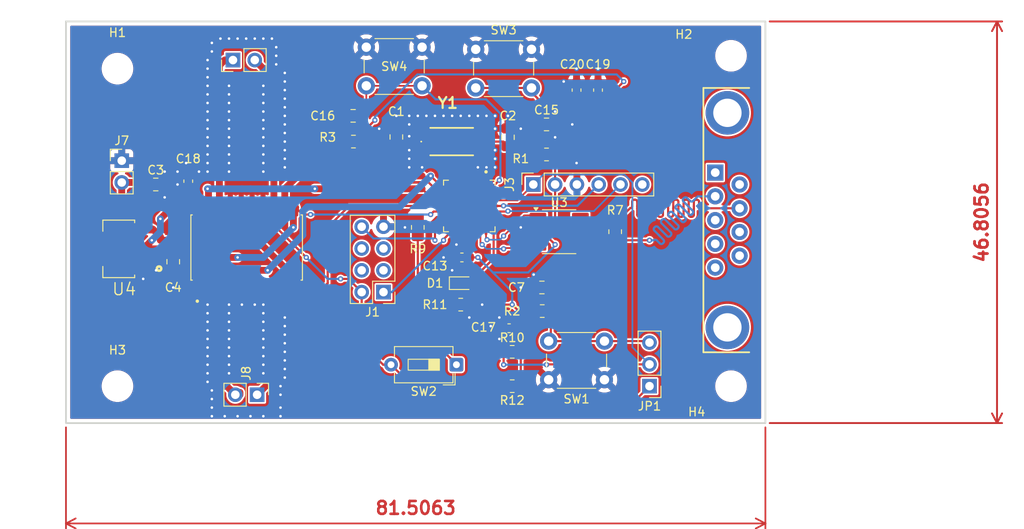
<source format=kicad_pcb>
(kicad_pcb (version 20241229) (generator "pcbnew") (generator_version "9.0")
  (layers (0 "F.Cu" signal) (2 "B.Cu" signal) (13 "F.Paste" user) (15 "B.Paste" user) (5 "F.SilkS" user "F.Silkscreen") (7 "B.SilkS" user "B.Silkscreen") (1 "F.Mask" user) (3 "B.Mask" user) (25 "Edge.Cuts" user))
  (net 0 "")
  (net 1 "+3.3V")
  (net 2 "GND")
  (net 3 "OSC_IN")
  (net 4 "OSC_OUT")
  (net 5 "+12V")
  (net 6 "RESET_PUSH")
  (net 7 "SWI1")
  (net 8 "SWI2")
  (net 9 "MCLR_ICSP")
  (net 10 "LED")
  (net 11 "Net-(D1-K)")
  (net 13 "USART_RX")
  (net 14 "USART_TX")
  (net 24 "CANL")
  (net 25 "CANH")
  (net 27 "MOTOR_A2")
  (net 28 "MOTOR_A1")
  (net 29 "MOTOR_B1")
  (net 30 "MOTOR_B2")
  (net 31 "MCLR")
  (net 32 "COM")
  (net 33 "IN3")
  (net 35 "IN1")
  (net 36 "IN4")
  (net 37 "IN2")
  (net 38 "PGC")
  (net 39 "CANTX")
  (net 41 "PGD")
  (net 42 "CANRX")
  (net 44 "ENABLE")
  (footprint "Capacitor_SMD:C_0805_2012Metric_Pad1.18x1.45mm_HandSolder" (layer "F.Cu") (at 159.9625 95.5 180)
    (property "Reference" "C7")
    (property "Value" "10uF" (hide yes))
  )
  (footprint "Capacitor_SMD:C_0805_2012Metric_Pad1.18x1.45mm_HandSolder" (layer "F.Cu") (at 143 77.9625 90)
    (property "Reference" "C1")
    (property "Value" "20pF" (hide yes))
  )
  (footprint "Connector_PinHeader_2.54mm:PinHeader_1x02_P2.54mm_Vertical" (layer "F.Cu") (at 123.96 69 90)
    (property "Reference" "J9" (hide yes))
    (property "Value" "Conn_01x02" (hide yes))
  )
  (footprint "Capacitor_SMD:C_0805_2012Metric_Pad1.18x1.45mm_HandSolder" (layer "F.Cu") (at 117 92.5 -90)
    (property "Reference" "C4")
    (property "Value" "100uF" (hide yes))
  )
  (footprint "Resistor_SMD:R_0805_2012Metric_Pad1.20x1.40mm_HandSolder" (layer "F.Cu") (at 150.5 97.5)
    (property "Reference" "R11")
    (property "Value" "10k" (hide yes))
  )
  (footprint "Button_Switch_THT:SW_PUSH_6mm" (layer "F.Cu") (at 160.75 101.75)
    (property "Reference" "SW1")
    (property "Value" "SW_Push" (hide yes))
  )
  (footprint "User_Library:ECS80830JGNTR" (layer "F.Cu") (at 149.45 78.5)
    (property "Reference" "Y1")
    (property "Value" "Crystal" (hide yes))
  )
  (footprint "Capacitor_SMD:C_0603_1608Metric_Pad1.08x0.95mm_HandSolder" (layer "F.Cu") (at 164 72.5 -90)
    (property "Reference" "C20")
    (property "Value" "100nF" (hide yes))
  )
  (footprint "LED_SMD:LED_0603_1608Metric" (layer "F.Cu") (at 150.6625 95)
    (property "Reference" "D1")
    (property "Value" "LED" (hide yes))
  )
  (footprint "MountingHole:MountingHole_3.2mm_M3" (layer "F.Cu") (at 110.5 70)
    (property "Reference" "H1")
    (property "Value" "MountingHole" (hide yes))
  )
  (footprint "MountingHole:MountingHole_3.2mm_M3" (layer "F.Cu") (at 182 107)
    (property "Reference" "H4")
    (property "Value" "MountingHole" (hide yes))
  )
  (footprint "Resistor_SMD:R_0805_2012Metric_Pad1.20x1.40mm_HandSolder" (layer "F.Cu") (at 138 78.5)
    (property "Reference" "R3")
    (property "Value" "10k" (hide yes))
  )
  (footprint "Connector_PinHeader_2.54mm:PinHeader_1x02_P2.54mm_Vertical" (layer "F.Cu") (at 126.775 108 -90)
    (property "Reference" "J8")
    (property "Value" "Conn_01x02" (hide yes))
  )
  (footprint "Button_Switch_THT:SW_PUSH_6mm" (layer "F.Cu") (at 146 72 180)
    (property "Reference" "SW4")
    (property "Value" "MPB01-1B33-S-D" (hide yes))
  )
  (footprint "MountingHole:MountingHole_3.2mm_M3" (layer "F.Cu") (at 110.5 107)
    (property "Reference" "H3")
    (property "Value" "MountingHole" (hide yes))
  )
  (footprint "Resistor_SMD:R_0805_2012Metric_Pad1.20x1.40mm_HandSolder" (layer "F.Cu") (at 168.5 89 90)
    (property "Reference" "R7")
    (property "Value" "120" (hide yes))
  )
  (footprint "Capacitor_SMD:C_0603_1608Metric_Pad1.08x0.95mm_HandSolder" (layer "F.Cu") (at 166.5 72.5 90)
    (property "Reference" "C19")
    (property "Value" "100nF" (hide yes))
  )
  (footprint "User_Library:REG_LT1117CST-3.3" (layer "F.Cu") (at 110.6496 91 180)
    (property "Reference" "U4")
    (property "Value" "LT1117CST-3.3" (hide yes))
  )
  (footprint "Capacitor_SMD:C_0603_1608Metric_Pad1.08x0.95mm_HandSolder" (layer "F.Cu") (at 156.1375 100.25 180)
    (property "Reference" "C17")
    (property "Value" "100nF" (hide yes))
  )
  (footprint "Connector_PinHeader_2.54mm:PinHeader_1x02_P2.54mm_Vertical" (layer "F.Cu") (at 111 80.725)
    (property "Reference" "J7")
    (property "Value" "Conn_01x02" (hide yes))
  )
  (footprint "Connector_PinHeader_2.54mm:PinHeader_2x04_P2.54mm_Vertical" (layer "F.Cu") (at 141.5 96.04 180)
    (property "Reference" "J1")
    (property "Value" "Conn_02x04_Odd_Even" (hide yes))
  )
  (footprint "Connector_PinHeader_2.54mm:PinHeader_1x03_P2.54mm_Vertical" (layer "F.Cu") (at 172.5 107 180)
    (property "Reference" "JP1")
    (property "Value" "Jumper_3_Bridged12" (hide yes))
  )
  (footprint "L293DD:SOIC127P1032X265-20N" (layer "F.Cu") (at 125.555 90.845 90)
    (property "Reference" "U2" (hide yes))
    (property "Value" "L293DD")
  )
  (footprint "Resistor_SMD:R_0805_2012Metric_Pad1.20x1.40mm_HandSolder" (layer "F.Cu") (at 156.5 103)
    (property "Reference" "R10")
    (property "Value" "1k")
  )
  (footprint "PIC18F2580-I_ML:QFN65P600X600X100-29N" (layer "F.Cu") (at 151.5 86 -90)
    (property "Reference" "U1" (hide yes))
    (property "Value" "PIC18F2580-I_ML" (hide yes))
  )
  (footprint "Button_Switch_THT:SW_PUSH_6mm" (layer "F.Cu") (at 158.75 72.25 180)
    (property "Reference" "SW3")
    (property "Value" "MPB01-1B33-S-D" (hide yes))
  )
  (footprint "Button_Switch_THT:SW_DIP_SPSTx01_Slide_6.7x4.1mm_W7.62mm_P2.54mm_LowProfile" (layer "F.Cu") (at 150 104.5 180)
    (property "Reference" "SW2")
    (property "Value" "SW_DIP_x01")
  )
  (footprint "Capacitor_SMD:C_0603_1608Metric_Pad1.08x0.95mm_HandSolder" (layer "F.Cu") (at 118.75 83.1125 -90)
    (property "Reference" "C18")
    (property "Value" "100nF" (hide yes))
  )
  (footprint "Connector_PinSocket_2.54mm:PinSocket_1x06_P2.54mm_Vertical" (layer "F.Cu") (at 158.96 83.5 90)
    (property "Reference" "J3")
    (property "Value" "Conn_PIC_ICSP_ICD" (hide yes))
  )
  (footprint "Resistor_SMD:R_0805_2012Metric_Pad1.20x1.40mm_HandSolder" (layer "F.Cu") (at 160.5 80 180)
    (property "Reference" "R1")
    (property "Value" "10k" (hide yes))
  )
  (footprint "Resistor_SMD:R_0805_2012Metric_Pad1.20x1.40mm_HandSolder" (layer "F.Cu") (at 145.5 88.5 90)
    (property "Reference" "R9")
    (property "Value" "10k" (hide yes))
  )
  (footprint "Capacitor_SMD:C_0603_1608Metric_Pad1.08x0.95mm_HandSolder" (layer "F.Cu") (at 150.6375 92)
    (property "Reference" "C13")
    (property "Value" "100nF" (hide yes))
  )
  (footprint "Capacitor_SMD:C_0805_2012Metric_Pad1.18x1.45mm_HandSolder" (layer "F.Cu") (at 114.9625 83.5)
    (property "Reference" "C3")
    (property "Value" "10uF")
  )
  (footprint "MountingHole:MountingHole_3.2mm_M3" (layer "F.Cu") (at 182 68.5)
    (property "Reference" "H2")
    (property "Value" "MountingHole" (hide yes))
  )
  (footprint "User_Library:DB9" (layer "F.Cu") (at 181.58 87.65 -90)
    (property "Reference" "J2" (hide yes))
    (property "Value" "DE9_Pins")
  )
  (footprint "Package_SO:SOIC-8_3.9x4.9mm_P1.27mm" (layer "F.Cu") (at 161.97 89)
    (property "Reference" "U3")
    (property "Value" "TCAN332D")
  )
  (footprint "Resistor_SMD:R_0805_2012Metric_Pad1.20x1.40mm_HandSolder" (layer "F.Cu") (at 160 98.25)
    (property "Reference" "R2")
    (property "Value" "10k" (hide yes))
  )
  (footprint "Capacitor_SMD:C_0805_2012Metric_Pad1.18x1.45mm_HandSolder" (layer "F.Cu") (at 156 78 90)
    (property "Reference" "C2")
    (property "Value" "20pF" (hide yes))
  )
  (footprint "Resistor_SMD:R_0805_2012Metric_Pad1.20x1.40mm_HandSolder" (layer "F.Cu") (at 156.5 107 180)
    (property "Reference" "R12")
    (property "Value" "10k")
  )
  (footprint "Capacitor_SMD:C_0805_2012Metric_Pad1.18x1.45mm_HandSolder" (layer "F.Cu") (at 160.5 76.5)
    (property "Reference" "C15")
    (property "Value" "10uF" (hide yes))
  )
  (footprint "Capacitor_SMD:C_0805_2012Metric_Pad1.18x1.45mm_HandSolder" (layer "F.Cu") (at 137.9625 75.5 180)
    (property "Reference" "C16")
    (property "Value" "10uF" (hide yes))
  )
  (gr_rect (start 104.5 64.5) (end 186.006292 111.3056) (stroke (width 0.2)) (fill no) (layer "Edge.Cuts"))
  (dimension (type orthogonal) (layer "F.Cu") (pts (xy 186.006292 64.5) (xy 186.006292 111.3056)) (height 26.993708) (orientation 1) (format (prefix "") (suffix "") (units 3) (units_format 0) (precision 4) (suppress_zeroes yes)) (style (thickness 0.2) (arrow_length 1.27) (text_position_mode 0) (arrow_direction outward) (extension_height 0.58642) (extension_offset 0.5) (keep_text_aligned yes)) (gr_text "46.8056" (at 211.2 87.9028 90) (layer "F.Cu") (effects (font (size 1.5 1.5) (thickness 0.3)))))
  (dimension (type orthogonal) (layer "F.Cu") (pts (xy 104.5 111.3056) (xy 186.006292 111.3056)) (height 11.6944) (orientation 0) (format (prefix "") (suffix "") (units 3) (units_format 0) (precision 4) (suppress_zeroes yes)) (style (thickness 0.2) (arrow_length 1.27) (text_position_mode 0) (arrow_direction outward) (extension_height 0.58642) (extension_offset 0.5) (keep_text_aligned yes)) (gr_text "81.5063" (at 145.253146 121.2 0) (layer "F.Cu") (effects (font (size 1.5 1.5) (thickness 0.3)))))
  (dimension (type orthogonal) (layer "F.Cu") (pts (xy 186.006292 64.5) (xy 186.006292 111.3056)) (height 26.993708) (orientation 1) (format (prefix "") (suffix "") (units 3) (units_format 0) (precision 4) (suppress_zeroes yes)) (style (thickness 0.2) (arrow_length 1.27) (text_position_mode 0) (arrow_direction outward) (extension_height 0.58642) (extension_offset 0.5) (keep_text_aligned yes)) (gr_text "46.8056" (at 211.2 87.9028 90) (layer "F.Cu") (effects (font (size 1.5 1.5) (thickness 0.3)))))
  (segment (start 156.5 97.5) (end 155.5 97.5) (width 0.25) (layer "F.Cu") (net 1))
  (segment (start 156.5 97.5) (end 157.25 98.25) (width 0.25) (layer "F.Cu") (net 1))
  (segment (start 138.026 79.526) (end 137 78.5) (width 0.25) (layer "F.Cu") (net 1))
  (segment (start 118.75 83.975) (end 118.75 85.1) (width 0.8) (layer "F.Cu") (net 1))
  (segment (start 140.5 76) (end 139.926 76.574) (width 0.25) (layer "F.Cu") (net 1))
  (segment (start 116.5375 91) (end 117 91.4625) (width 0.8) (layer "F.Cu") (net 1))
  (segment (start 164.5 73.8625) (end 164.5 77) (width 0.25) (layer "F.Cu") (net 1))
  (segment (start 167.6375 73.3625) (end 169.5 71.5) (width 0.25) (layer "F.Cu") (net 1))
  (segment (start 132.5 92) (end 129 88.5) (width 0.25) (layer "F.Cu") (net 1))
  (segment (start 155.5 107) (end 144.88 107) (width 0.25) (layer "F.Cu") (net 1))
  (segment (start 155.5 97.5) (end 153 100) (width 0.25) (layer "F.Cu") (net 1))
  (segment (start 118.75 85.1) (end 119.84 86.19) (width 0.8) (layer "F.Cu") (net 1))
  (segment (start 164 73.3625) (end 164.5 73.8625) (width 0.25) (layer "F.Cu") (net 1))
  (segment (start 107.5 91) (end 113.7992 91) (width 0.8) (layer "F.Cu") (net 1))
  (segment (start 144.88 107) (end 142.38 104.5) (width 0.25) (layer "F.Cu") (net 1))
  (segment (start 151.5 92) (end 152.5 92) (width 0.25) (layer "F.Cu") (net 1))
  (segment (start 166.5 73.3625) (end 167.6375 73.3625) (width 0.25) (layer "F.Cu") (net 1))
  (segment (start 119.84 86.19) (end 116.81 86.19) (width 0.8) (layer "F.Cu") (net 1))
  (segment (start 161.5 80) (end 161.5 83.5) (width 0.25) (layer "F.Cu") (net 1))
  (segment (start 159.5 89.635) (end 160.635 89.635) (width 0.25) (layer "F.Cu") (net 1))
  (segment (start 150.85 91.35) (end 151.5 92) (width 0.25) (layer "F.Cu") (net 1))
  (segment (start 161.5 83.5) (end 161.5 88.619999) (width 0.25) (layer "F.Cu") (net 1))
  (segment (start 129 88.5) (end 121.125001 88.5) (width 0.25) (layer "F.Cu") (net 1))
  (segment (start 114.5 90) (end 113.5 91) (width 0.8) (layer "F.Cu") (net 1))
  (segment (start 142.38 104.5) (end 141.46 104.5) (width 0.25) (layer "F.Cu") (net 1))
  (segment (start 139.926 79.195514) (end 139.595514 79.526) (width 0.25) (layer "F.Cu") (net 1))
  (segment (start 164 73.3625) (end 166.5 73.3625) (width 0.25) (layer "F.Cu") (net 1))
  (segment (start 160.635 89.635) (end 161.5 90.5) (width 0.25) (layer "F.Cu") (net 1))
  (segment (start 116.81 86.19) (end 115.5 87.5) (width 0.8) (layer "F.Cu") (net 1))
  (segment (start 141.46 104.5) (end 138.96 102) (width 0.25) (layer "F.Cu") (net 1))
  (segment (start 121.125001 88.5) (end 119.84 87.214999) (width 0.25) (layer "F.Cu") (net 1))
  (segment (start 137.42 94.5) (end 136.5 94.5) (width 0.25) (layer "F.Cu") (net 1))
  (segment (start 150.85 88.835) (end 150.85 91.35) (width 0.25) (layer "F.Cu") (net 1))
  (segment (start 160.484999 89.635) (end 159.5 89.635) (width 0.25) (layer "F.Cu") (net 1))
  (segment (start 157.25 98.25) (end 159 98.25) (width 0.25) (layer "F.Cu") (net 1))
  (segment (start 119.84 87.214999) (end 119.84 86.19) (width 0.25) (layer "F.Cu") (net 1))
  (segment (start 139.595514 79.526) (end 138.026 79.526) (width 0.25) (layer "F.Cu") (net 1))
  (segment (start 164.5 77) (end 161.5 80) (width 0.25) (layer "F.Cu") (net 1))
  (segment (start 153 100) (end 153 104.5) (width 0.25) (layer "F.Cu") (net 1))
  (segment (start 138.96 96.04) (end 138.96 102) (width 0.25) (layer "F.Cu") (net 1))
  (segment (start 138.96 96.04) (end 137.42 94.5) (width 0.25) (layer "F.Cu") (net 1))
  (segment (start 113.5 91) (end 116.5375 91) (width 0.8) (layer "F.Cu") (net 1))
  (segment (start 139.926 76.574) (end 139.926 79.195514) (width 0.25) (layer "F.Cu") (net 1))
  (segment (start 153 104.5) (end 155.5 107) (width 0.25) (layer "F.Cu") (net 1))
  (segment (start 161.5 88.619999) (end 160.484999 89.635) (width 0.25) (layer "F.Cu") (net 1))
  (segment (start 118.75 83.616702) (end 118.75 83.975) (width 0.25) (layer "F.Cu") (net 1))
  (via (at 140.5 76) (size 0.6) (drill 0.3) (layers "F.Cu" "B.Cu") (net 1))
  (via (at 152.5 92) (size 0.6) (drill 0.3) (layers "F.Cu" "B.Cu") (net 1))
  (via (at 136.5 94.5) (size 0.6) (drill 0.3) (layers "F.Cu" "B.Cu") (net 1))
  (via (at 156.5 97.5) (size 0.6) (drill 0.3) (layers "F.Cu" "B.Cu") (net 1))
  (via (at 114.5 90) (size 0.6) (drill 0.3) (layers "F.Cu" "B.Cu") (net 1))
  (via (at 161.5 90.5) (size 0.6) (drill 0.3) (layers "F.Cu" "B.Cu") (net 1))
  (via (at 132.5 92) (size 0.6) (drill 0.3) (layers "F.Cu" "B.Cu") (net 1))
  (via (at 169.5 71.5) (size 0.6) (drill 0.3) (layers "F.Cu" "B.Cu") (net 1))
  (via (at 115.5 87.5) (size 0.6) (drill 0.3) (layers "F.Cu" "B.Cu") (net 1))
  (segment (start 156.5 96) (end 156.5 97.5) (width 0.25) (layer "B.Cu") (net 1))
  (segment (start 145.450752 70.674) (end 140.5 75.624752) (width 0.25) (layer "B.Cu") (net 1))
  (segment (start 154.25 93.75) (end 156.5 96) (width 0.25) (layer "B.Cu") (net 1))
  (segment (start 161.5 90.614702) (end 158.364702 93.75) (width 0.25) (layer "B.Cu") (net 1))
  (segment (start 168.674 70.674) (end 145.450752 70.674) (width 0.25) (layer "B.Cu") (net 1))
  (segment (start 115.5 89) (end 114.5 90) (width 0.8) (layer "B.Cu") (net 1))
  (segment (start 115.5 87.5) (end 115.5 89) (width 0.8) (layer "B.Cu") (net 1))
  (segment (start 140.5 75.624752) (end 140.5 76) (width 0.25) (layer "B.Cu") (net 1))
  (segment (start 158.364702 93.75) (end 154.25 93.75) (width 0.25) (layer "B.Cu") (net 1))
  (segment (start 161.5 90.5) (end 161.5 90.614702) (width 0.25) (layer "B.Cu") (net 1))
  (segment (start 135 94.5) (end 132.5 92) (width 0.25) (layer "B.Cu") (net 1))
  (segment (start 136.5 94.5) (end 135 94.5) (width 0.25) (layer "B.Cu") (net 1))
  (segment (start 152.5 92) (end 154.25 93.75) (width 0.25) (layer "B.Cu") (net 1))
  (segment (start 169.5 71.5) (end 168.674 70.674) (width 0.25) (layer "B.Cu") (net 1))
  (segment (start 127.46 96.96) (end 127.46 95.5) (width 0.2) (layer "F.Cu") (net 2))
  (segment (start 150.85 82.688402) (end 152.038402 81.5) (width 0.25) (layer "F.Cu") (net 2))
  (segment (start 113.5 94.5) (end 113.5 93.3114) (width 0.2) (layer "F.Cu") (net 2))
  (segment (start 150.85 83.165) (end 150.85 82.688402) (width 0.25) (layer "F.Cu") (net 2))
  (segment (start 123.65 95.5) (end 123.65 97.35) (width 0.2) (layer "F.Cu") (net 2))
  (segment (start 163.5 76.5) (end 161.5375 76.5) (width 0.2) (layer "F.Cu") (net 2))
  (segment (start 150.85 85.35) (end 151.5 86) (width 0.25) (layer "F.Cu") (net 2))
  (segment (start 155 99.975) (end 155.275 100.25) (width 0.2) (layer "F.Cu") (net 2))
  (segment (start 164.04 81.04) (end 164 81) (width 0.25) (layer "F.Cu") (net 2))
  (segment (start 123.65 97.35) (end 123.5 97.5) (width 0.2) (layer "F.Cu") (net 2))
  (segment (start 157.635 88.365) (end 157.5 88.5) (width 0.25) (layer "F.Cu") (net 2))
  (segment (start 145.5 87.5) (end 145 87.5) (width 0.2) (layer "F.Cu") (net 2))
  (segment (start 145 87.5) (end 144 88.5) (width 0.2) (layer "F.Cu") (net 2))
  (segment (start 155 100.525) (end 155.275 100.25) (width 0.2) (layer "F.Cu") (net 2))
  (segment (start 156 75.5) (end 156 76.9625) (width 0.2) (layer "F.Cu") (net 2))
  (segment (start 126.5 97.5) (end 126.5 97) (width 0.2) (layer "F.Cu") (net 2))
  (segment (start 157.5 95.5) (end 158.925 95.5) (width 0.2) (layer "F.Cu") (net 2))
  (segment (start 141.5 88.42) (end 143.92 88.42) (width 0.2) (layer "F.Cu") (net 2))
  (segment (start 161.5 76.5375) (end 161.5375 76.5) (width 0.2) (layer "F.Cu") (net 2))
  (segment (start 143 76.925) (end 143 75.5) (width 0.2) (layer "F.Cu") (net 2))
  (segment (start 156.0375 77) (end 156 76.9625) (width 0.2) (layer "F.Cu") (net 2))
  (segment (start 113.6886 93.5) (end 113.5 93.3114) (width 0.2) (layer "F.Cu") (net 2))
  (segment (start 126.19 96.69) (end 126.19 95.5) (width 0.2) (layer "F.Cu") (net 2))
  (segment (start 141 77) (end 141.075 76.925) (width 0.2) (layer "F.Cu") (net 2))
  (segment (start 158.925 95.5) (end 158.925 94.075) (width 0.2) (layer "F.Cu") (net 2))
  (segment (start 157.5 77) (end 156.0375 77) (width 0.2) (layer "F.Cu") (net 2))
  (segment (start 148.5 92) (end 149.775 92) (width 0.2) (layer "F.Cu") (net 2))
  (segment (start 161.5 78) (end 161.5 76.5375) (width 0.2) (layer "F.Cu") (net 2))
  (segment (start 125 97.5) (end 125 97) (width 0.2) (layer "F.Cu") (net 2))
  (segment (start 151.5 97.5) (end 153 97.5) (width 0.25) (layer "F.Cu") (net 2))
  (segment (start 117 95.5) (end 117 93.5375) (width 0.2) (layer "F.Cu") (net 2))
  (segment (start 151.5 99) (end 151.5 97.5) (width 0.25) (layer "F.Cu") (net 2))
  (segment (start 115 93.5) (end 113.6886 93.5) (width 0.2) (layer "F.Cu") (net 2))
  (segment (start 154 100) (end 155.025 100) (width 0.2) (layer "F.Cu") (net 2))
  (segment (start 125 97) (end 124.92 96.92) (width 0.2) (layer "F.Cu") (net 2))
  (segment (start 155.9625 77) (end 156 76.9625) (width 0.2) (layer "F.Cu") (net 2))
  (segment (start 152.038402 81.5) (end 152.5 81.5) (width 0.25) (layer "F.Cu") (net 2))
  (segment (start 127.5 97.5) (end 127.5 97) (width 0.2) (layer "F.Cu") (net 2))
  (segment (start 161.5375 76.5) (end 161.5375 75.0375) (width 0.2) (layer "F.Cu") (net 2))
  (segment (start 155 101.5) (end 155 100.525) (width 0.2) (layer "F.Cu") (net 2))
  (segment (start 164.04 83.5) (end 164.04 81.04) (width 0.25) (layer "F.Cu") (net 2))
  (segment (start 149.5 93.5) (end 149.5 92.275) (width 0.2) (layer "F.Cu") (net 2))
  (segment (start 150.2 88.835) (end 150.2 90.3) (width 0.2) (layer "F.Cu") (net 2))
  (segment (start 150.2 90.3) (end 150 90.5) (width 0.2) (layer "F.Cu") (net 2))
  (segment (start 124.92 96.92) (end 124.92 95.5) (width 0.2) (layer "F.Cu") (net 2))
  (segment (start 158.925 94.075) (end 159 94) (width 0.2) (layer "F.Cu") (net 2))
  (segment (start 141.075 76.925) (end 143 76.925) (width 0.2) (layer "F.Cu") (net 2))
  (segment (start 159.5 88.365) (end 157.635 88.365) (width 0.25) (layer "F.Cu") (net 2))
  (segment (start 155 99) (end 155 99.975) (width 0.2) (layer "F.Cu") (net 2))
  (segment (start 155.025 100) (end 155.275 100.25) (width 0.2) (layer "F.Cu") (net 2))
  (segment (start 126.5 97) (end 126.19 96.69) (width 0.2) (layer "F.Cu") (net 2))
  (segment (start 149.5 92.275) (end 149.775 92) (width 0.2) (layer "F.Cu") (net 2))
  (segment (start 161.5375 75.0375) (end 161.5 75) (width 0.2) (layer "F.Cu") (net 2))
  (segment (start 143.92 88.42) (end 144 88.5) (width 0.2) (layer "F.Cu") (net 2))
  (segment (start 150.85 83.165) (end 150.85 85.35) (width 0.25) (layer "F.Cu") (net 2))
  (segment (start 127.5 97) (end 127.46 96.96) (width 0.2) (layer "F.Cu") (net 2))
  (via (at 129.5 108) (size 0.6) (drill 0.3) (layers "F.Cu" "B.Cu") (net 2))
  (via (at 154.5 75.5) (size 0.6) (drill 0.3) (layers "F.Cu" "B.Cu") (net 2))
  (via (at 121 79) (size 0.6) (drill 0.3) (layers "F.Cu" "B.Cu") (net 2))
  (via (at 123.5 72) (size 0.6) (drill 0.3) (layers "F.Cu" "B.Cu") (net 2))
  (via (at 127.5 75) (size 0.6) (drill 0.3) (layers "F.Cu" "B.Cu") (net 2))
  (via (at 120 82) (size 0.6) (drill 0.3) (layers "F.Cu" "B.Cu") (net 2))
  (via (at 159 94) (size 0.6) (drill 0.3) (layers "F.Cu" "B.Cu") (net 2))
  (via (at 116 82) (size 0.6) (drill 0.3) (layers "F.Cu" "B.Cu") (net 2))
  (via (at 127.5 79) (size 0.6) (drill 0.3) (layers "F.Cu" "B.Cu") (net 2))
  (via (at 123.5 103.5) (size 0.6) (drill 0.3) (layers "F.Cu" "B.Cu") (net 2))
  (via (at 130 104) (size 0.6) (drill 0.3) (layers "F.Cu" "B.Cu") (net 2))
  (via (at 121.5 110.5) (size 0.6) (drill 0.3) (layers "F.Cu" "B.Cu") (net 2))
  (via (at 121 104.5) (size 0.6) (drill 0.3) (layers "F.Cu" "B.Cu") (net 2))
  (via (at 129 68.5) (size 0.6) (drill 0.3) (layers "F.Cu" "B.Cu") (net 2))
  (via (at 130 76.5) (size 0.6) (drill 0.3) (layers "F.Cu" "B.Cu") (net 2))
  (via (at 121 105.5) (size 0.6) (drill 0.3) (layers "F.Cu" "B.Cu") (net 2))
  (via (at 121 77) (size 0.6) (drill 0.3) (layers "F.Cu" "B.Cu") (net 2))
  (via (at 127.5 100.5) (size 0.6) (drill 0.3) (layers "F.Cu" "B.Cu") (net 2))
  (via (at 121 80) (size 0.6) (drill 0.3) (layers "F.Cu" "B.Cu") (net 2))
  (via (at 121 73) (size 0.6) (drill 0.3) (layers "F.Cu" "B.Cu") (net 2))
  (via (at 123.5 77) (size 0.6) (drill 0.3) (layers "F.Cu" "B.Cu") (net 2))
  (via (at 123.5 74) (size 0.6) (drill 0.3) (layers "F.Cu" "B.Cu") (net 2))
  (via (at 150.5 75.5) (size 0.6) (drill 0.3) (layers "F.Cu" "B.Cu") (net 2))
  (via (at 130 80.5) (size 0.6) (drill 0.3) (layers "F.Cu" "B.Cu") (net 2))
  (via (at 149.5 93.5) (size 0.6) (drill 0.3) (layers "F.Cu" "B.Cu") (net 2))
  (via (at 126.5 66.5) (size 0.6) (drill 0.3) (layers "F.Cu" "B.Cu") (net 2))
  (via (at 121 106.5) (size 0.6) (drill 0.3) (layers "F.Cu" "B.Cu") (net 2))
  (via (at 127.5 77) (size 0.6) (drill 0.3) (layers "F.Cu" "B.Cu") (net 2))
  (via (at 123.5 76) (size 0.6) (drill 0.3) (layers "F.Cu" "B.Cu") (net 2))
  (via (at 130 105) (size 0.6) (drill 0.3) (layers "F.Cu" "B.Cu") (net 2))
  (via (at 123.5 73) (size 0.6) (drill 0.3) (layers "F.Cu" "B.Cu") (net 2))
  (via (at 154.5 77) (size 0.6) (drill 0.3) (layers "F.Cu" "B.Cu") (net 2))
  (via (at 150 90.5) (size 0.6) (drill 0.3) (layers "F.Cu" "B.Cu") (net 2))
  (via (at 121 70) (size 0.6) (drill 0.3) (layers "F.Cu" "B.Cu") (net 2))
  (via (at 127.5 103.5) (size 0.6) (drill 0.3) (layers "F.Cu" "B.Cu") (net 2))
  (via (at 157.5 95.5) (size 0.6) (drill 0.3) (layers "F.Cu" "B.Cu") (net 2))
  (via (at 144 88.5) (size 0.6) (drill 0.3) (layers "F.Cu" "B.Cu") (net 2))
  (via (at 123.5 101.5) (size 0.6) (drill 0.3) (layers "F.Cu" "B.Cu") (net 2))
  (via (at 117.5 82) (size 0.6) (drill 0.3) (layers "F.Cu" "B.Cu") (net 2))
  (via (at 151.5 99) (size 0.6) (drill 0.3) (layers "F.Cu" "B.Cu") (net 2))
  (via (at 123.5 99.5) (size 0.6) (drill 0.3) (layers "F.Cu" "B.Cu") (net 2))
  (via (at 127.5 76) (size 0.6) (drill 0.3) (layers "F.Cu" "B.Cu") (net 2))
  (via (at 144.5 75.5) (size 0.6) (drill 0.3) (layers "F.Cu" "B.Cu") (net 2))
  (via (at 148.5 92) (size 0.6) (drill 0.3) (layers "F.Cu" "B.Cu") (net 2))
  (via (at 130 73.5) (size 0.6) (drill 0.3) (layers "F.Cu" "B.Cu") (net 2))
  (via (at 121 101.5) (size 0.6) (drill 0.3) (layers "F.Cu" "B.Cu") (net 2))
  (via (at 122.5 66.5) (size 0.6) (drill 0.3) (layers "F.Cu" "B.Cu") (net 2))
  (via (at 161.5 78) (size 0.6) (drill 0.3) (layers "F.Cu" "B.Cu") (net 2))
  (via (at 154.5 80.5) (size 0.6) (drill 0.3) (layers "F.Cu" "B.Cu") (net 2))
  (via (at 127.5 97.5) (size 0.6) (drill 0.3) (layers "F.Cu" "B.Cu") (net 2))
  (via (at 127.5 105.5) (size 0.6) (drill 0.3) (layers "F.Cu" "B.Cu") (net 2))
  (via (at 115 93.5) (size 0.6) (drill 0.3) (layers "F.Cu" "B.Cu") (net 2))
  (via (at 121 78) (size 0.6) (drill 0.3) (layers "F.Cu" "B.Cu") (net 2))
  (via (at 124.5 66.5) (size 0.6) (drill 0.3) (layers "F.Cu" "B.Cu") (net 2))
  (via (at 117.5 83.5) (size 0.6) (drill 0.3) (layers "F.Cu" "B.Cu") (net 2))
  (via (at 123.5 78) (size 0.6) (drill 0.3) (layers "F.Cu" "B.Cu") (net 2))
  (via (at 146.5 75.5) (size 0.6) (drill 0.3) (layers "F.Cu" "B.Cu") (net 2))
  (via (at 121.5 67) (size 0.6) (drill 0.3) (layers "F.Cu" "B.Cu") (net 2))
  (via (at 130 74.5) (size 0.6) (drill 0.3) (layers "F.Cu" "B.Cu") (net 2))
  (via (at 166.5 70) (size 0.6) (drill 0.3) (layers "F.Cu" "B.Cu") (net 2))
  (via (at 127.5 72) (size 0.6) (drill 0.3) (layers "F.Cu" "B.Cu") (net 2))
  (via (at 144.5 80.5) (size 0.6) (drill 0.3) (layers "F.Cu" "B.Cu") (net 2))
  (via (at 154.5 81.5) (size 0.6) (drill 0.3) (layers "F.Cu" "B.Cu") (net 2))
  (via (at 121.5 107.5) (size 0.6) (drill 0.3) (layers "F.Cu" "B.Cu") (net 2))
  (via (at 146 81.5) (size 0.6) (drill 0.3) (layers "F.Cu" "B.Cu") (net 2))
  (via (at 121 103.5) (size 0.6) (drill 0.3) (layers "F.Cu" "B.Cu") (net 2))
  (via (at 127.5 101.5) (size 0.6) (drill 0.3) (layers "F.Cu" "B.Cu") (net 2))
  (via (at 162.5 71.5) (size 0.6) (drill 0.3) (layers "F.Cu" "B.Cu") (net 2))
  (via (at 127.5 80) (size 0.6) (drill 0.3) (layers "F.Cu" "B.Cu") (net 2))
  (via (at 121 99.5) (size 0.6) (drill 0.3) (layers "F.Cu" "B.Cu") (net 2))
  (via (at 123.5 66.5) (size 0.6) (drill 0.3) (layers "F.Cu" "B.Cu") (net 2))
  (via (at 123.5 98.5) (size 0.6) (drill 0.3) (layers "F.Cu" "B.Cu") (net 2))
  (via (at 154.5 79.5) (size 0.6) (drill 0.3) (layers "F.Cu" "B.Cu") (net 2))
  (via (at 157.5 88.5) (size 0.6) (drill 0.3) (layers "F.Cu" "B.Cu") (net 2))
  (via (at 130 100) (size 0.6) (drill 0.3) (layers "F.Cu" "B.Cu") (net 2))
  (via (at 121 81) (size 0.6) (drill 0.3) (layers "F.Cu" "B.Cu") (net 2))
  (via (at 123.5 102.5) (size 0.6) (drill 0.3) (layers "F.Cu" "B.Cu") (net 2))
  (via (at 128.5 66.5) (size 0.6) (drill 0.3) (layers "F.Cu" "B.Cu") (net 2))
  (via (at 127.5 98.5) (size 0.6) (drill 0.3) (layers "F.Cu" "B.Cu") (net 2))
  (via (at 126.5 97.5) (size 0.6) (drill 0.3) (layers "F.Cu" "B.Cu") (net 2))
  (via (at 144.5 79.5) (size 0.6) (drill 0.3) (layers "F.Cu" "B.Cu") (net 2))
  (via (at 152.5 81.5) (size 0.6) (drill 0.3) (layers "F.Cu" "B.Cu") (net 2))
  (via (at 121 71) (size 0.6) (drill 0.3) (layers "F.Cu" "B.Cu") (net 2))
  (via (at 130 79.5) (size 0.6) (drill 0.3) (layers "F.Cu" "B.Cu") (net 2))
  (via (at 121 75) (size 0.6) (drill 0.3) (layers "F.Cu" "B.Cu") (net 2))
  (via (at 123.5 97.5) (size 0.6) (drill 0.3) (layers "F.Cu" "B.Cu") (net 2))
  (via (at 130 106) (size 0.6) (drill 0.3) (layers "F.Cu" "B.Cu") (net 2))
  (via (at 123.5 100.5) (size 0.6) (drill 0.3) (layers "F.Cu" "B.Cu") (net 2))
  (via (at 118.5 81) (size 0.6) (drill 0.3) (layers "F.Cu" "B.Cu") (net 2))
  (via (at 127.5 73) (size 0.6) (drill 0.3) (layers "F.Cu" "B.Cu") (net 2))
  (via (at 121 69) (size 0.6) (drill 0.3) (layers "F.Cu" "B.Cu") (net 2))
  (via (at 144.5 81.5) (size 0.6) (drill 0.3) (layers "F.Cu" "B.Cu") (net 2))
  (via (at 164 81) (size 0.6) (drill 0.3) (layers "F.Cu" "B.Cu") (net 2))
  (via (at 121.5 108.5) (size 0.6) (drill 0.3) (layers "F.Cu" "B.Cu") (net 2))
  (via (at 127.5 110.5) (size 0.6) (drill 0.3) (layers "F.Cu" "B.Cu") (net 2))
  (via (at 127.5 66.5) (size 0.6) (drill 0.3) (layers "F.Cu" "B.Cu") (net 2))
  (via (at 121 72) (size 0.6) (drill 0.3) (layers "F.Cu" "B.Cu") (net 2))
  (via (at 155 99) (size 0.6) (drill 0.3) (layers "F.Cu" "B.Cu") (net 2))
  (via (at 121 74) (size 0.6) (drill 0.3) (layers "F.Cu" "B.Cu") (net 2))
  (via (at 127.5 82) (size 0.6) (drill 0.3) (layers "F.Cu" "B.Cu") (net 2))
  (via (at 129 69.5) (size 0.6) (drill 0.3) (layers "F.Cu" "B.Cu") (net 2))
  (via (at 123.5 105.5) (size 0.6) (drill 0.3) (layers "F.Cu" "B.Cu") (net 2))
  (via (at 123.5 75) (size 0.6) (drill 0.3) (layers "F.Cu" "B.Cu") (net 2))
  (via (at 149.5 75.5) (size 0.6) (drill 0.3) (layers "F.Cu" "B.Cu") (net 2))
  (via (at 125.5 66.5) (size 0.6) (drill 0.3) (layers "F.Cu" "B.Cu") (net 2))
  (via (at 123.5 104.5) (size 0.6) (drill 0.3) (layers "F.Cu" "B.Cu") (net 2))
  (via (at 121 98.5) (size 0.6) (drill 0.3) (layers "F.Cu" "B.Cu") (net 2))
  (via (at 130 99) (size 0.6) (drill 0.3) (layers "F.Cu" "B.Cu") (net 2))
  (via (at 123.5 82) (size 0.6) (drill 0.3) (layers "F.Cu" "B.Cu") (net 2))
  (via (at 130 102) (size 0.6) (drill 0.3) (layers "F.Cu" "B.Cu") (net 2))
  (via (at 130 72.5) (size 0.6) (drill 0.3) (layers "F.Cu" "B.Cu") (net 2))
  (via (at 117 95.5) (size 0.6) (drill 0.3) (layers "F.Cu" "B.Cu") (net 2))
  (via (at 143 75.5) (size 0.6) (drill 0.3) (layers "F.Cu" "B.Cu") (net 2))
  (via (at 123 110.5) (size 0.6) (drill 0.3) (layers "F.Cu" "B.Cu") (net 2))
  (via (at 164 70) (size 0.6) (drill 0.3) (layers "F.Cu" "B.Cu") (net 2))
  (via (at 141 77) (size 0.6) (drill 0.3) (layers "F.Cu" "B.Cu") (net 2))
  (via (at 129.5 107) (size 0.6) (drill 0.3) (layers "F.Cu" "B.Cu") (net 2))
  (via (at 155 101.5) (size 0.6) (drill 0.3) (layers "F.Cu" "B.Cu") (net 2))
  (via (at 116 85) (size 0.6) (drill 0.3) (layers "F.Cu" "B.Cu") (net 2))
  (via (at 126 110.5) (size 0.6) (drill 0.3) (layers "F.Cu" "B.Cu") (net 2))
  (via (at 144.5 77.875) (size 0.6) (drill 0.3) (layers "F.Cu" "B.Cu") (net 2))
  (via (at 144.5 76.5) (size 0.6) (drill 0.3) (layers "F.Cu" "B.Cu") (net 2))
  (via (at 129.5 109.5) (size 0.6) (drill 0.3) (layers "F.Cu" "B.Cu") (net 2))
  (via (at 123.5 81) (size 0.6) (drill 0.3) (layers "F.Cu" "B.Cu") (net 2))
  (via (at 121.5 109.5) (size 0.6) (drill 0.3) (layers "F.Cu" "B.Cu") (net 2))
  (via (at 163.5 76.5) (size 0.6) (drill 0.3) (layers "F.Cu" "B.Cu") (net 2))
  (via (at 124.5 110.5) (size 0.6) (drill 0.3) (layers "F.Cu" "B.Cu") (net 2))
  (via (at 121.5 68) (size 0.6) (drill 0.3) (layers "F.Cu" "B.Cu") (net 2))
  (via (at 123.5 79) (size 0.6) (drill 0.3) (layers "F.Cu" "B.Cu") (net 2))
  (via (at 127.5 81) (size 0.6) (drill 0.3) (layers "F.Cu" "B.Cu") (net 2))
  (via (at 129 67.5) (size 0.6) (drill 0.3) (layers "F.Cu" "B.Cu") (net 2))
  (via (at 156 75.5) (size 0.6) (drill 0.3) (layers "F.Cu" "B.Cu") (net 2))
  (via (at 153 97.5) (size 0.6) (drill 0.3) (layers "F.Cu" "B.Cu") (net 2))
  (via (at 127.5 78) (size 0.6) (drill 0.3) (layers "F.Cu" "B.Cu") (net 2))
  (via (at 121 100.5) (size 0.6) (drill 0.3) (layers "F.Cu" "B.Cu") (net 2))
  (via (at 157.5 77) (size 0.6) (drill 0.3) (layers "F.Cu" "B.Cu") (net 2))
  (via (at 121 102.5) (size 0.6) (drill 0.3) (layers "F.Cu" "B.Cu") (net 2))
  (via (at 145.5 75.5) (size 0.6) (drill 0.3) (layers "F.Cu" "B.Cu") (net 2))
  (via (at 125 97.5) (size 0.6) (drill 0.3) (layers "F.Cu" "B.Cu") (net 2))
  (via (at 153.5 81.5) (size 0.6) (drill 0.3) (layers "F.Cu" "B.Cu") (net 2))
  (via (at 130 81.5) (size 0.6) (drill 0.3) (layers "F.Cu" "B.Cu") (net 2))
  (via (at 121 76) (size 0.6) (drill 0.3) (layers "F.Cu" "B.Cu") (net 2))
  (via (at 151.5 75.5) (size 0.6) (drill 0.3) (layers "F.Cu" "B.Cu") (net 2))
  (via (at 121 82) (size 0.6) (drill 0.3) (layers "F.Cu" "B.Cu") (net 2))
  (via (at 123.5 80) (size 0.6) (drill 0.3) (layers "F.Cu" "B.Cu") (net 2))
  (via (at 129.5 110.5) (size 0.6) (drill 0.3) (layers "F.Cu" "B.Cu") (net 2))
  (via (at 161.5 75) (size 0.6) (drill 0.3) (layers "F.Cu" "B.Cu") (net 2))
  (via (at 127.5 102.5) (size 0.6) (drill 0.3) (layers "F.Cu" "B.Cu") (net 2))
  (via (at 153.5 75.5) (size 0.6) (drill 0.3) (layers "F.Cu" "B.Cu") (net 2))
  (via (at 148.5 75.5) (size 0.6) (drill 0.3) (layers "F.Cu" "B.Cu") (net 2))
  (via (at 127.5 74) (size 0.6) (drill 0.3) (layers "F.Cu" "B.Cu") (net 2))
  (via (at 121 97.5) (size 0.6) (drill 0.3) (layers "F.Cu" "B.Cu") (net 2))
  (via (at 152.5 75.5) (size 0.6) (drill 0.3) (layers "F.Cu" "B.Cu") (net 2))
  (via (at 130 78.5) (size 0.6) (drill 0.3) (layers "F.Cu" "B.Cu") (net 2))
  (via (at 130 77.5) (size 0.6) (drill 0.3) (layers "F.Cu" "B.Cu") (net 2))
  (via (at 130 70.5) (size 0.6) (drill 0.3) (layers "F.Cu" "B.Cu") (net 2))
  (via (at 127.5 99.5) (size 0.6) (drill 0.3) (layers "F.Cu" "B.Cu") (net 2))
  (via (at 130 71.5) (size 0.6) (drill 0.3) (layers "F.Cu" "B.Cu") (net 2))
  (via (at 130 103) (size 0.6) (drill 0.3) (layers "F.Cu" "B.Cu") (net 2))
  (via (at 130 75.5) (size 0.6) (drill 0.3) (layers "F.Cu" "B.Cu") (net 2))
  (via (at 154 100) (size 0.6) (drill 0.3) (layers "F.Cu" "B.Cu") (net 2))
  (via (at 130 101) (size 0.6) (drill 0.3) (layers "F.Cu" "B.Cu") (net 2))
  (via (at 147.5 75.5) (size 0.6) (drill 0.3) (layers "F.Cu" "B.Cu") (net 2))
  (via (at 127.5 104.5) (size 0.6) (drill 0.3) (layers "F.Cu" "B.Cu") (net 2))
  (via (at 113.5 94.5) (size 0.6) (drill 0.3) (layers "F.Cu" "B.Cu") (net 2))
  (segment (start 143.5 78.5) (end 143 79) (width 0.25) (layer "F.Cu") (net 3))
  (segment (start 147.4 81.015) (end 149.55 83.165) (width 0.25) (layer "F.Cu") (net 3))
  (segment (start 147.4 78.5) (end 147.4 81.015) (width 0.25) (layer "F.Cu") (net 3))
  (segment (start 147.4 78.5) (end 143.5 78.5) (width 0.25) (layer "F.Cu") (net 3))
  (segment (start 151.5 78.5) (end 155.4625 78.5) (width 0.25) (layer "F.Cu") (net 4))
  (segment (start 152.400592 80.5) (end 152.5 80.5) (width 0.25) (layer "F.Cu") (net 4))
  (segment (start 152.5 79.5) (end 151.5 78.5) (width 0.25) (layer "F.Cu") (net 4))
  (segment (start 155.4625 78.5) (end 156 79.0375) (width 0.25) (layer "F.Cu") (net 4))
  (segment (start 152.5 80.5) (end 152.5 79.5) (width 0.25) (layer "F.Cu") (net 4))
  (segment (start 150.2 83.165) (end 150.2 82.700592) (width 0.25) (layer "F.Cu") (net 4))
  (segment (start 151.5 78.5) (end 151 79) (width 0.25) (layer "F.Cu") (net 4))
  (segment (start 150.2 82.700592) (end 152.400592 80.5) (width 0.25) (layer "F.Cu") (net 4))
  (segment (start 111.294 86.1961) (end 113.7992 88.7013) (width 0.8) (layer "F.Cu") (net 5))
  (segment (start 111 83.265) (end 113.69 83.265) (width 0.8) (layer "F.Cu") (net 5))
  (segment (start 113.69 83.265) (end 113.925 83.5) (width 0.8) (layer "F.Cu") (net 5))
  (segment (start 115.501 89.585372) (end 115.501 89.999) (width 0.8) (layer "F.Cu") (net 5))
  (segment (start 116.953128 90) (end 126.794999 90) (width 0.8) (layer "F.Cu") (net 5))
  (segment (start 113.7992 88.7013) (end 114.616928 88.7013) (width 0.8) (layer "F.Cu") (net 5))
  (segment (start 114.616928 88.7013) (end 115.501 89.585372) (width 0.8) (layer "F.Cu") (net 5))
  (segment (start 126.794999 90) (end 131.27 94.475001) (width 0.8) (layer "F.Cu") (net 5))
  (segment (start 115.501 89.999) (end 116.952128 89.999) (width 0.8) (layer "F.Cu") (net 5))
  (segment (start 111 86.1961) (end 111.294 86.1961) (width 0.8) (layer "F.Cu") (net 5))
  (segment (start 111 83.265) (end 111 86.1961) (width 0.8) (layer "F.Cu") (net 5))
  (segment (start 131.27 94.475001) (end 131.27 95.5) (width 0.8) (layer "F.Cu") (net 5))
  (segment (start 116.952128 89.999) (end 116.953128 90) (width 0.8) (layer "F.Cu") (net 5))
  (segment (start 161 101.5) (end 161 95.5) (width 0.25) (layer "F.Cu") (net 6))
  (segment (start 160.75 101.75) (end 167.25 101.75) (width 0.25) (layer "F.Cu") (net 6))
  (segment (start 167.25 101.75) (end 172.33 101.75) (width 0.25) (layer "F.Cu") (net 6))
  (segment (start 172.33 101.75) (end 172.5 101.92) (width 0.25) (layer "F.Cu") (net 6))
  (segment (start 160.75 101.75) (end 161 101.5) (width 0.25) (layer "F.Cu") (net 6))
  (segment (start 156.5 84) (end 156.5 83) (width 0.2) (layer "F.Cu") (net 7))
  (segment (start 159.4625 76.5) (end 159.4625 79.9625) (width 0.25) (layer "F.Cu") (net 7))
  (segment (start 155.8 84.7) (end 156.5 84) (width 0.2) (layer "F.Cu") (net 7))
  (segment (start 159.4625 73.4625) (end 159.4625 76.5) (width 0.25) (layer "F.Cu") (net 7))
  (segment (start 158.75 72.25) (end 158.75 72.75) (width 0.25) (layer "F.Cu") (net 7))
  (segment (start 154.335 84.7) (end 155.8 84.7) (width 0.2) (layer "F.Cu") (net 7))
  (segment (start 158.75 72.75) (end 159.4625 73.4625) (width 0.25) (layer "F.Cu") (net 7))
  (segment (start 156.5 83) (end 159.5 80) (width 0.2) (layer "F.Cu") (net 7))
  (segment (start 152.25 72.25) (end 158.75 72.25) (width 0.25) (layer "F.Cu") (net 7))
  (segment (start 159.4625 79.9625) (end 159.5 80) (width 0.25) (layer "F.Cu") (net 7))
  (segment (start 154.335 84.05) (end 154.566116 84.05) (width 0.25) (layer "F.Cu") (net 8))
  (segment (start 139 75.5) (end 139 75) (width 0.2) (layer "F.Cu") (net 8))
  (segment (start 139 75) (end 139.5 74.5) (width 0.2) (layer "F.Cu") (net 8))
  (segment (start 139.5 72) (end 146 72) (width 0.2) (layer "F.Cu") (net 8))
  (segment (start 139.5 74.5) (end 139.5 72) (width 0.2) (layer "F.Cu") (net 8))
  (segment (start 139 78.5) (end 139 75.5) (width 0.2) (layer "F.Cu") (net 8))
  (segment (start 154.335 83.665) (end 155 83) (width 0.25) (layer "F.Cu") (net 8))
  (segment (start 154.335 84.05) (end 154.335 83.665) (width 0.25) (layer "F.Cu") (net 8))
  (via (at 155 83) (size 0.6) (drill 0.3) (layers "F.Cu" "B.Cu") (net 8))
  (segment (start 155.126 75.240702) (end 153.461298 73.576) (width 0.25) (layer "B.Cu") (net 8))
  (segment (start 155.126 82.874) (end 155.126 75.240702) (width 0.25) (layer "B.Cu") (net 8))
  (segment (start 155 83) (end 155.126 82.874) (width 0.25) (layer "B.Cu") (net 8))
  (segment (start 147.576 73.576) (end 146 72) (width 0.25) (layer "B.Cu") (net 8))
  (segment (start 153.461298 73.576) (end 147.576 73.576) (width 0.25) (layer "B.Cu") (net 8))
  (segment (start 157.5 107) (end 160.5 110) (width 0.25) (layer "F.Cu") (net 9))
  (segment (start 157.5 100.75) (end 157.5 103) (width 0.25) (layer "F.Cu") (net 9))
  (segment (start 157 100.25) (end 157.5 100.75) (width 0.25) (layer "F.Cu") (net 9))
  (segment (start 157.5 103) (end 157.5 107) (width 0.25) (layer "F.Cu") (net 9))
  (segment (start 169.5 110) (end 172.5 107) (width 0.25) (layer "F.Cu") (net 9))
  (segment (start 160.5 110) (end 169.5 110) (width 0.25) (layer "F.Cu") (net 9))
  (segment (start 151.45 95) (end 154.335 92.115) (width 0.25) (layer "F.Cu") (net 10))
  (segment (start 154.335 92.115) (end 154.335 87.95) (width 0.25) (layer "F.Cu") (net 10))
  (segment (start 149.875 95) (end 149.875 97.125) (width 0.25) (layer "F.Cu") (net 11))
  (segment (start 149.875 97.125) (end 149.5 97.5) (width 0.25) (layer "F.Cu") (net 11))
  (segment (start 148.5 90) (end 148.5 89.885) (width 0.25) (layer "F.Cu") (net 13))
  (segment (start 148.5 89.885) (end 149.55 88.835) (width 0.25) (layer "F.Cu") (net 13))
  (via (at 148.5 90) (size 0.6) (drill 0.3) (layers "F.Cu" "B.Cu") (net 13))
  (segment (start 148.5 90) (end 142.46 96.04) (width 0.25) (layer "B.Cu") (net 13))
  (segment (start 142.46 96.04) (end 141.5 96.04) (width 0.25) (layer "B.Cu") (net 13))
  (segment (start 147.5 89.115) (end 147.5 90) (width 0.25) (layer "F.Cu") (net 14))
  (segment (start 148.665 87.95) (end 147.5 89.115) (width 0.25) (layer "F.Cu") (net 14))
  (via (at 147.5 90) (size 0.6) (drill 0.3) (layers "F.Cu" "B.Cu") (net 14))
  (segment (start 147.284 89.784) (end 140.324 89.784) (width 0.25) (layer "B.Cu") (net 14))
  (segment (start 140.324 89.784) (end 138.96 88.42) (width 0.25) (layer "B.Cu") (net 14))
  (segment (start 147.5 90) (end 147.284 89.784) (width 0.25) (layer "B.Cu") (net 14))
  (segment (start 168.5 90) (end 172.5 90) (width 0.25) (layer "F.Cu") (net 24))
  (segment (start 164.44 89.635) (end 168.135 89.635) (width 0.25) (layer "F.Cu") (net 24))
  (segment (start 168.135 89.635) (end 168.5 90) (width 0.25) (layer "F.Cu") (net 24))
  (via (at 172.5 90) (size 0.6) (drill 0.3) (layers "F.Cu" "B.Cu") (net 24))
  (segment (start 173.59397 89.40603) (end 173.056569 88.868629) (width 0.25) (layer "B.Cu") (net 24))
  (segment (start 174.329362 87.595838) (end 174.866764 88.13324) (width 0.25) (layer "B.Cu") (net 24))
  (segment (start 176.592102 87.822111) (end 176.676954 87.737258) (width 0.25) (layer "B.Cu") (net 24))
  (segment (start 175.828426 88.246374) (end 175.291024 87.708972) (width 0.25) (layer "B.Cu") (net 24))
  (segment (start 174.018236 88.981768) (end 174.018234 88.981766) (width 0.25) (layer "B.Cu") (net 24))
  (segment (start 176.139552 86.860444) (end 176.139554 86.860446) (width 0.25) (layer "B.Cu") (net 24))
  (segment (start 176.98808 86.011916) (end 176.988082 86.011918) (width 0.25) (layer "B.Cu") (net 24))
  (segment (start 177.525482 86.549318) (end 176.98808 86.011916) (width 0.25) (layer "B.Cu") (net 24))
  (segment (start 179.941626 84.88) (end 180.16 84.88) (width 0.25) (layer "B.Cu") (net 24))
  (segment (start 176.139554 86.860446) (end 175.602153 86.323045) (width 0.25) (layer "B.Cu") (net 24))
  (segment (start 174.866764 88.13324) (end 174.866762 88.133238) (width 0.25) (layer "B.Cu") (net 24))
  (segment (start 174.753626 86.832161) (end 174.838478 86.74731) (width 0.25) (layer "B.Cu") (net 24))
  (segment (start 176.874946 85.050254) (end 177.242642 85.41795) (width 0.25) (layer "B.Cu") (net 24))
  (segment (start 175.743574 88.670639) (end 175.828426 88.585786) (width 0.25) (layer "B.Cu") (net 24))
  (segment (start 176.56382 86.436184) (end 176.563818 86.436182) (width 0.25) (layer "B.Cu") (net 24))
  (segment (start 172.5 90) (end 173 90) (width 0.25) (layer "B.Cu") (net 24))
  (segment (start 176.563818 86.436182) (end 177.101219 86.973583) (width 0.25) (layer "B.Cu") (net 24))
  (segment (start 174.046517 90.367695) (end 174.131369 90.282842) (width 0.25) (layer "B.Cu") (net 24))
  (segment (start 174.979898 89.094902) (end 174.442496 88.5575) (width 0.25) (layer "B.Cu") (net 24))
  (segment (start 174.442496 88.5575) (end 174.442498 88.557502) (width 0.25) (layer "B.Cu") (net 24))
  (segment (start 173.905098 87.680689) (end 173.98995 87.595838) (width 0.25) (layer "B.Cu") (net 24))
  (segment (start 175.291024 87.708972) (end 175.291026 87.708974) (width 0.25) (layer "B.Cu") (net 24))
  (segment (start 173.05657 88.529217) (end 173.141422 88.444366) (width 0.25) (layer "B.Cu") (net 24))
  (segment (start 177.582054 85.417949) (end 177.666906 85.333095) (width 0.25) (layer "B.Cu") (net 24))
  (segment (start 177.44063 86.973583) (end 177.525482 86.88873) (width 0.25) (layer "B.Cu") (net 24))
  (segment (start 176.988082 86.011918) (end 176.818377 85.842213) (width 0.25) (layer "B.Cu") (net 24))
  (segment (start 173.763673 89.575734) (end 173.593967 89.406028) (width 0.25) (layer "B.Cu") (net 24))
  (segment (start 174.018234 88.981766) (end 174.555635 89.519167) (width 0.25) (layer "B.Cu") (net 24))
  (segment (start 175.291026 87.708974) (end 174.753625 87.171573) (width 0.25) (layer "B.Cu") (net 24))
  (segment (start 173.593967 89.406028) (end 173.59397 89.40603) (width 0.25) (layer "B.Cu") (net 24))
  (segment (start 174.442498 88.557502) (end 173.905097 88.020101) (width 0.25) (layer "B.Cu") (net 24))
  (segment (start 175.602154 85.983633) (end 175.687006 85.898782) (width 0.25) (layer "B.Cu") (net 24))
  (segment (start 175.17789 86.74731) (end 175.715292 87.284712) (width 0.25) (layer "B.Cu") (net 24))
  (segment (start 175.71529 87.28471) (end 176.252691 87.822111) (width 0.25) (layer "B.Cu") (net 24))
  (segment (start 178.12 84.88) (end 179.941626 84.88) (width 0.25) (layer "B.Cu") (net 24))
  (segment (start 173.339411 90) (end 173.707106 90.367695) (width 0.25) (layer "B.Cu") (net 24))
  (segment (start 176.450682 85.135105) (end 176.535534 85.050254) (width 0.25) (layer "B.Cu") (net 24))
  (segment (start 174.866762 88.133238) (end 175.404163 88.670639) (width 0.25) (layer "B.Cu") (net 24))
  (segment (start 176.818377 85.842213) (end 176.450681 85.474517) (width 0.25) (layer "B.Cu") (net 24))
  (segment (start 177.666906 85.333095) (end 178.12 84.88) (width 0.25) (layer "B.Cu") (net 24))
  (segment (start 175.715292 87.284712) (end 175.71529 87.28471) (width 0.25) (layer "B.Cu") (net 24))
  (segment (start 173.480834 88.444366) (end 174.018236 88.981768) (width 0.25) (layer "B.Cu") (net 24))
  (segment (start 176.676954 87.397846) (end 176.139552 86.860444) (width 0.25) (layer "B.Cu") (net 24))
  (segment (start 174.131369 89.94343) (end 173.763673 89.575734) (width 0.25) (layer "B.Cu") (net 24))
  (segment (start 174.895046 89.519167) (end 174.979898 89.434314) (width 0.25) (layer "B.Cu") (net 24))
  (segment (start 176.026418 85.898782) (end 176.56382 86.436184) (width 0.25) (layer "B.Cu") (net 24))
  (arc (start 176.252691 87.822111) (mid 176.422397 87.892405) (end 176.592102 87.822111) (width 0.25) (layer "B.Cu") (net 24))
  (arc (start 177.525482 86.88873) (mid 177.595777 86.719024) (end 177.525482 86.549318) (width 0.25) (layer "B.Cu") (net 24))
  (arc (start 175.602153 86.323045) (mid 175.531859 86.153339) (end 175.602154 85.983633) (width 0.25) (layer "B.Cu") (net 24))
  (arc (start 173 90) (mid 173.169705 89.929706) (end 173.339411 90) (width 0.25) (layer "B.Cu") (net 24))
  (arc (start 174.555635 89.519167) (mid 174.725341 89.589461) (end 174.895046 89.519167) (width 0.25) (layer "B.Cu") (net 24))
  (arc (start 175.828426 88.585786) (mid 175.898721 88.41608) (end 175.828426 88.246374) (width 0.25) (layer "B.Cu") (net 24))
  (arc (start 173.707106 90.367695) (mid 173.876812 90.437989) (end 174.046517 90.367695) (width 0.25) (layer "B.Cu") (net 24))
  (arc (start 174.979898 89.434314) (mid 175.050193 89.264608) (end 174.979898 89.094902) (width 0.25) (layer "B.Cu") (net 24))
  (arc (start 173.141422 88.444366) (mid 173.311129 88.37407) (end 173.480834 88.444366) (width 0.25) (layer "B.Cu") (net 24))
  (arc (start 173.905097 88.020101) (mid 173.834803 87.850395) (end 173.905098 87.680689) (width 0.25) (layer "B.Cu") (net 24))
  (arc (start 177.101219 86.973583) (mid 177.270925 87.043877) (end 177.44063 86.973583) (width 0.25) (layer "B.Cu") (net 24))
  (arc (start 175.404163 88.670639) (mid 175.573869 88.740933) (end 175.743574 88.670639) (width 0.25) (layer "B.Cu") (net 24))
  (arc (start 173.98995 87.595838) (mid 174.159657 87.525542) (end 174.329362 87.595838) (width 0.25) (layer "B.Cu") (net 24))
  (arc (start 174.131369 90.282842) (mid 174.201664 90.113136) (end 174.131369 89.94343) (width 0.25) (layer "B.Cu") (net 24))
  (arc (start 176.535534 85.050254) (mid 176.705241 84.979958) (end 176.874946 85.050254) (width 0.25) (layer "B.Cu") (net 24))
  (arc (start 175.687006 85.898782) (mid 175.856713 85.828486) (end 176.026418 85.898782) (width 0.25) (layer "B.Cu") (net 24))
  (arc (start 177.242642 85.41795) (mid 177.412347 85.488245) (end 177.582054 85.417949) (width 0.25) (layer "B.Cu") (net 24))
  (arc (start 176.676954 87.737258) (mid 176.747249 87.567552) (end 176.676954 87.397846) (width 0.25) (layer "B.Cu") (net 24))
  (arc (start 174.838478 86.74731) (mid 175.008185 86.677014) (end 175.17789 86.74731) (width 0.25) (layer "B.Cu") (net 24))
  (arc (start 176.450681 85.474517) (mid 176.380387 85.304811) (end 176.450682 85.135105) (width 0.25) (layer "B.Cu") (net 24))
  (arc (start 173.056569 88.868629) (mid 172.986275 88.698923) (end 173.05657 88.529217) (width 0.25) (layer "B.Cu") (net 24))
  (arc (start 174.753625 87.171573) (mid 174.683331 87.001867) (end 174.753626 86.832161) (width 0.25) (layer "B.Cu") (net 24))
  (segment (start 177.91 85.27) (end 178.03 85.27) (width 0.25) (layer "F.Cu") (net 25))
  (segment (start 168.135 88.365) (end 168.5 88) (width 0.25) (layer "F.Cu") (net 25))
  (segment (start 178.51 86.27) (end 178.63 86.27) (width 0.25) (layer "F.Cu") (net 25))
  (segment (start 172.87 87.03) (end 172.87 86.27) (width 0.25) (layer "F.Cu") (net 25))
  (segment (start 172.27 86.27) (end 172.27 87.03) (width 0.25) (layer "F.Cu") (net 25))
  (segment (start 179.393927 86.27) (end 183 86.27) (width 0.25) (layer "F.Cu") (net 25))
  (segment (start 172.27 85.51) (end 172.27 86.27) (width 0.25) (layer "F.Cu") (net 25))
  (segment (start 176.47 86.27) (end 176.47 85.51) (width 0.25) (layer "F.Cu") (net 25))
  (segment (start 174.07 86.27) (end 174.07 85.51) (width 0.25) (layer "F.Cu") (net 25))
  (segment (start 175.27 87.03) (end 175.27 86.27) (width 0.25) (layer "F.Cu") (net 25))
  (segment (start 170.47 86.03) (end 170.47 85.51) (width 0.25) (layer "F.Cu") (net 25))
  (segment (start 169.7905 86.7095) (end 170.23 86.27) (width 0.25) (layer "F.Cu") (net 25))
  (segment (start 175.87 86.27) (end 175.87 87.03) (width 0.25) (layer "F.Cu") (net 25))
  (segment (start 175.27 86.27) (end 175.27 85.51) (width 0.25) (layer "F.Cu") (net 25))
  (segment (start 174.67 85.51) (end 174.67 86.27) (width 0.25) (layer "F.Cu") (net 25))
  (segment (start 171.91 85.27) (end 172.03 85.27) (width 0.25) (layer "F.Cu") (net 25))
  (segment (start 171.07 85.51) (end 171.07 86.03) (width 0.25) (layer "F.Cu") (net 25))
  (segment (start 176.71 85.27) (end 176.83 85.27) (width 0.25) (layer "F.Cu") (net 25))
  (segment (start 171.07 86.03) (end 171.07 86.27) (width 0.25) (layer "F.Cu") (net 25))
  (segment (start 172.51 87.27) (end 172.63 87.27) (width 0.25) (layer "F.Cu") (net 25))
  (segment (start 164.44 88.365) (end 168.135 88.365) (width 0.25) (layer "F.Cu") (net 25))
  (segment (start 178.27 85.51) (end 178.27 86.03) (width 0.25) (layer "F.Cu") (net 25))
  (segment (start 175.87 85.51) (end 175.87 86.27) (width 0.25) (layer "F.Cu") (net 25))
  (segment (start 174.67 86.27) (end 174.67 87.03) (width 0.25) (layer "F.Cu") (net 25))
  (segment (start 177.07 85.51) (end 177.07 86.27) (width 0.25) (layer "F.Cu") (net 25))
  (segment (start 174.07 87.03) (end 174.07 86.27) (width 0.25) (layer "F.Cu") (net 25))
  (segment (start 177.07 86.27) (end 177.07 87.03) (width 0.25) (layer "F.Cu") (net 25))
  (segment (start 175.51 85.27) (end 175.63 85.27) (width 0.25) (layer "F.Cu") (net 25))
  (segment (start 171.67 86.27) (end 171.67 85.51) (width 0.25) (layer "F.Cu") (net 25))
  (segment (start 173.11 85.27) (end 173.23 85.27) (width 0.25) (layer "F.Cu") (net 25))
  (segment (start 176.11 87.27) (end 176.23 87.27) (width 0.25) (layer "F.Cu") (net 25))
  (segment (start 168.5 88) (end 169.7905 86.7095) (width 0.25) (layer "F.Cu") (net 25))
  (segment (start 171.31 87.27) (end 171.43 87.27) (width 0.25) (layer "F.Cu") (net 25))
  (segment (start 177.67 87.03) (end 177.67 86.27) (width 0.25) (layer "F.Cu") (net 25))
  (segment (start 170.71 85.27) (end 170.83 85.27) (width 0.25) (layer "F.Cu") (net 25))
  (segment (start 177.67 86.03) (end 177.67 85.51) (width 0.25) (layer "F.Cu") (net 25))
  (segment (start 171.07 86.27) (end 171.07 87.03) (width 0.25) (layer "F.Cu") (net 25))
  (segment (start 173.47 86.27) (end 173.47 87.03) (width 0.25) (layer "F.Cu") (net 25))
  (segment (start 171.67 87.03) (end 171.67 86.27) (width 0.25) (layer "F.Cu") (net 25))
  (segment (start 174.31 85.27) (end 174.43 85.27) (width 0.25) (layer "F.Cu") (net 25))
  (segment (start 177.67 86.27) (end 177.67 86.03) (width 0.25) (layer "F.Cu") (net 25))
  (segment (start 176.47 87.03) (end 176.47 86.27) (width 0.25) (layer "F.Cu") (net 25))
  (segment (start 172.87 86.27) (end 172.87 85.51) (width 0.25) (layer "F.Cu") (net 25))
  (segment (start 174.91 87.27) (end 175.03 87.27) (width 0.25) (layer "F.Cu") (net 25))
  (segment (start 173.71 87.27) (end 173.83 87.27) (width 0.25) (layer "F.Cu") (net 25))
  (segment (start 177.31 87.27) (end 177.43 87.27) (width 0.25) (layer "F.Cu") (net 25))
  (segment (start 173.47 85.51) (end 173.47 86.27) (width 0.25) (layer "F.Cu") (net 25))
  (segment (start 178.63 86.27) (end 179.393927 86.27) (width 0.25) (layer "F.Cu") (net 25))
  (arc (start 172.27 87.03) (mid 172.340294 87.199706) (end 172.51 87.27) (width 0.25) (layer "F.Cu") (net 25))
  (arc (start 171.07 87.03) (mid 171.140294 87.199706) (end 171.31 87.27) (width 0.25) (layer "F.Cu") (net 25))
  (arc (start 173.47 87.03) (mid 173.540294 87.199706) (end 173.71 87.27) (width 0.25) (layer "F.Cu") (net 25))
  (arc (start 170.23 86.27) (mid 170.399706 86.199706) (end 170.47 86.03) (width 0.25) (layer "F.Cu") (net 25))
  (arc (start 178.03 85.27) (mid 178.199706 85.340294) (end 178.27 85.51) (width 0.25) (layer "F.Cu") (net 25))
  (arc (start 176.23 87.27) (mid 176.399706 87.199706) (end 176.47 87.03) (width 0.25) (layer "F.Cu") (net 25))
  (arc (start 173.23 85.27) (mid 173.399706 85.340294) (end 173.47 85.51) (width 0.25) (layer "F.Cu") (net 25))
  (arc (start 171.43 87.27) (mid 171.599706 87.199706) (end 171.67 87.03) (width 0.25) (layer "F.Cu") (net 25))
  (arc (start 175.63 85.27) (mid 175.799706 85.340294) (end 175.87 85.51) (width 0.25) (layer "F.Cu") (net 25))
  (arc (start 178.27 86.03) (mid 178.340294 86.199706) (end 178.51 86.27) (width 0.25) (layer "F.Cu") (net 25))
  (arc (start 175.27 85.51) (mid 175.340294 85.340294) (end 175.51 85.27) (width 0.25) (layer "F.Cu") (net 25))
  (arc (start 177.43 87.27) (mid 177.599706 87.199706) (end 177.67 87.03) (width 0.25) (layer "F.Cu") (net 25))
  (arc (start 174.07 85.51) (mid 174.140294 85.340294) (end 174.31 85.27) (width 0.25) (layer "F.Cu") (net 25))
  (arc (start 176.47 85.51) (mid 176.540294 85.340294) (end 176.71 85.27) (width 0.25) (layer "F.Cu") (net 25))
  (arc (start 170.83 85.27) (mid 170.999706 85.340294) (end 171.07 85.51) (width 0.25) (layer "F.Cu") (net 25))
  (arc (start 170.47 85.51) (mid 170.540294 85.340294) (end 170.71 85.27) (width 0.25) (layer "F.Cu") (net 25))
  (arc (start 177.67 85.51) (mid 177.740294 85.340294) (end 177.91 85.27) (width 0.25) (layer "F.Cu") (net 25))
  (arc (start 172.87 85.51) (mid 172.940294 85.340294) (end 173.11 85.27) (width 0.25) (layer "F.Cu") (net 25))
  (arc (start 172.63 87.27) (mid 172.799706 87.199706) (end 172.87 87.03) (width 0.25) (layer "F.Cu") (net 25))
  (arc (start 172.03 85.27) (mid 172.199706 85.340294) (end 172.27 85.51) (width 0.25) (layer "F.Cu") (net 25))
  (arc (start 174.43 85.27) (mid 174.599706 85.340294) (end 174.67 85.51) (width 0.25) (layer "F.Cu") (net 25))
  (arc (start 175.87 87.03) (mid 175.940294 87.199706) (end 176.11 87.27) (width 0.25) (layer "F.Cu") (net 25))
  (arc (start 176.83 85.27) (mid 176.999706 85.340294) (end 177.07 85.51) (width 0.25) (layer "F.Cu") (net 25))
  (arc (start 177.07 87.03) (mid 177.140294 87.199706) (end 177.31 87.27) (width 0.25) (layer "F.Cu") (net 25))
  (arc (start 173.83 87.27) (mid 173.999706 87.199706) (end 174.07 87.03) (width 0.25) (layer "F.Cu") (net 25))
  (arc (start 171.67 85.51) (mid 171.740294 85.340294) (end 171.91 85.27) (width 0.25) (layer "F.Cu") (net 25))
  (arc (start 175.03 87.27) (mid 175.199706 87.199706) (end 175.27 87.03) (width 0.25) (layer "F.Cu") (net 25))
  (arc (start 174.67 87.03) (mid 174.740294 87.199706) (end 174.91 87.27) (width 0.25) (layer "F.Cu") (net 25))
  (segment (start 128.73 95.5) (end 128.73 106.045) (width 0.8) (layer "F.Cu") (net 27))
  (segment (start 128.73 106.045) (end 126.775 108) (width 0.8) (layer "F.Cu") (net 27))
  (segment (start 122.38 106.145) (end 124.235 108) (width 0.8) (layer "F.Cu") (net 28))
  (segment (start 124.235 108) (end 124.235 107.6175) (width 0.8) (layer "F.Cu") (net 28))
  (segment (start 124.775 108) (end 124.775 107.725) (width 0.8) (layer "F.Cu") (net 28))
  (segment (start 122.38 95.5) (end 122.38 106.145) (width 0.8) (layer "F.Cu") (net 28))
  (segment (start 126.5 69) (end 128.73 71.23) (width 0.8) (layer "F.Cu") (net 29))
  (segment (start 128.73 71.23) (end 128.73 86.19) (width 0.8) (layer "F.Cu") (net 29))
  (segment (start 122.38 69.62) (end 123 69) (width 0.8) (layer "F.Cu") (net 30))
  (segment (start 122.38 86.19) (end 122.38 69.62) (width 0.8) (layer "F.Cu") (net 30))
  (segment (start 123 69) (end 123.96 69) (width 0.8) (layer "F.Cu") (net 30))
  (segment (start 157.11 85.35) (end 158.96 83.5) (width 0.2) (layer "F.Cu") (net 31))
  (segment (start 172.5 104.46) (end 160.54 104.46) (width 0.25) (layer "F.Cu") (net 31))
  (segment (start 155.5 104.5) (end 155.5 103) (width 0.25) (layer "F.Cu") (net 31))
  (segment (start 154.335 85.35) (end 157.11 85.35) (width 0.2) (layer "F.Cu") (net 31))
  (segment (start 160.54 104.46) (end 160.5 104.5) (width 0.25) (layer "F.Cu") (net 31))
  (via (at 155.5 104.5) (size 0.6) (drill 0.3) (layers "F.Cu" "B.Cu") (net 31))
  (via (at 160.5 104.5) (size 0.6) (drill 0.3) (layers "F.Cu" "B.Cu") (net 31))
  (segment (start 160.5 104.5) (end 155.5 104.5) (width 0.25) (layer "B.Cu") (net 31))
  (segment (start 170.509 102.469) (end 172.5 104.46) (width 0.2) (layer "B.Cu") (net 31))
  (segment (start 169.59676 82.349) (end 170.509 83.26124) (width 0.2) (layer "B.Cu") (net 31))
  (segment (start 158.96 83.5) (end 160.111 82.349) (width 0.2) (layer "B.Cu") (net 31))
  (segment (start 170.509 83.26124) (end 170.509 102.469) (width 0.2) (layer "B.Cu") (net 31))
  (segment (start 160.111 82.349) (end 169.59676 82.349) (width 0.2) (layer "B.Cu") (net 31))
  (segment (start 150 104.45) (end 149.275 103.725) (width 0.25) (layer "F.Cu") (net 32))
  (segment (start 145.5 89.5) (end 147.7 87.3) (width 0.25) (layer "F.Cu") (net 32))
  (segment (start 150.55 105) (end 149.275 103.725) (width 0.25) (layer "F.Cu") (net 32))
  (segment (start 149.275 103.725) (end 145.5 99.95) (width 0.25) (layer "F.Cu") (net 32))
  (segment (start 145.5 99.95) (end 145.5 89.5) (width 0.25) (layer "F.Cu") (net 32))
  (segment (start 147.7 87.3) (end 148.665 87.3) (width 0.25) (layer "F.Cu") (net 32))
  (segment (start 150 104.5) (end 150 104.45) (width 0.25) (layer "F.Cu") (net 32))
  (segment (start 148.665 84.7) (end 148.2 84.7) (width 0.25) (layer "F.Cu") (net 33))
  (segment (start 130 86.19) (end 130 84) (width 0.8) (layer "F.Cu") (net 33))
  (segment (start 131.5 82.5) (end 146 82.5) (width 0.8) (layer "F.Cu") (net 33))
  (segment (start 130 84) (end 131.5 82.5) (width 0.8) (layer "F.Cu") (net 33))
  (segment (start 148.2 84.7) (end 146 82.5) (width 0.25) (layer "F.Cu") (net 33))
  (segment (start 148.55 84.05) (end 147 82.5) (width 0.25) (layer "F.Cu") (net 35))
  (segment (start 122.288768 93.5) (end 128 93.5) (width 0.8) (layer "F.Cu") (net 35))
  (segment (start 121.11 94.678768) (end 122.288768 93.5) (width 0.8) (layer "F.Cu") (net 35))
  (segment (start 121.11 95.5) (end 121.11 94.678768) (width 0.8) (layer "F.Cu") (net 35))
  (segment (start 148.665 84.05) (end 148.55 84.05) (width 0.25) (layer "F.Cu") (net 35))
  (via (at 128 93.5) (size 0.6) (drill 0.3) (layers "F.Cu" "B.Cu") (net 35))
  (via (at 147 82.5) (size 0.6) (drill 0.3) (layers "F.Cu" "B.Cu") (net 35))
  (segment (start 143.401 86.099) (end 147 82.5) (width 0.8) (layer "B.Cu") (net 35))
  (segment (start 132.626793 86.099) (end 143.401 86.099) (width 0.8) (layer "B.Cu") (net 35))
  (segment (start 128 93.5) (end 132.099 89.401) (width 0.8) (layer "B.Cu") (net 35))
  (segment (start 132.099 89.401) (end 132.099 86.626793) (width 0.8) (layer "B.Cu") (net 35))
  (segment (start 132.099 86.626793) (end 132.626793 86.099) (width 0.8) (layer "B.Cu") (net 35))
  (segment (start 121.11 86.19) (end 121.11 84.11) (width 0.8) (layer "F.Cu") (net 36))
  (segment (start 133.5 84) (end 146 84) (width 0.8) (layer "F.Cu") (net 36))
  (segment (start 148.665 85.35) (end 147.35 85.35) (width 0.25) (layer "F.Cu") (net 36))
  (segment (start 147.35 85.35) (end 146 84) (width 0.25) (layer "F.Cu") (net 36))
  (segment (start 121.11 84.11) (end 121 84) (width 0.8) (layer "F.Cu") (net 36))
  (via (at 121 84) (size 0.6) (drill 0.3) (layers "F.Cu" "B.Cu") (net 36))
  (via (at 133.5 84) (size 0.6) (drill 0.3) (layers "F.Cu" "B.Cu") (net 36))
  (segment (start 127.5 84) (end 133.5 84) (width 0.8) (layer "B.Cu") (net 36))
  (segment (start 125 84) (end 126 84) (width 0.8) (layer "B.Cu") (net 36))
  (segment (start 121 84) (end 123.5 84) (width 0.8) (layer "B.Cu") (net 36))
  (segment (start 123.5 84) (end 125 84) (width 0.8) (layer "B.Cu") (net 36))
  (segment (start 126 84) (end 127.5 84) (width 0.8) (layer "B.Cu") (net 36))
  (segment (start 135 88.5) (end 135 95) (width 0.25) (layer "F.Cu") (net 37))
  (segment (start 148.665 86) (end 137.5 86) (width 0.25) (layer "F.Cu") (net 37))
  (segment (start 135 95) (end 132.5 97.5) (width 0.25) (layer "F.Cu") (net 37))
  (segment (start 131.567678 97.5) (end 130 95.932322) (width 0.25) (layer "F.Cu") (net 37))
  (segment (start 137.5 86) (end 135 88.5) (width 0.25) (layer "F.Cu") (net 37))
  (segment (start 130 95.932322) (end 130 95.5) (width 0.25) (layer "F.Cu") (net 37))
  (segment (start 132.5 97.5) (end 131.567678 97.5) (width 0.25) (layer "F.Cu") (net 37))
  (segment (start 155.95 86.65) (end 156 86.6) (width 0.25) (layer "F.Cu") (net 38))
  (segment (start 154.335 86.65) (end 155.95 86.65) (width 0.25) (layer "F.Cu") (net 38))
  (via (at 156 86.6) (size 0.6) (drill 0.3) (layers "F.Cu" "B.Cu") (net 38))
  (segment (start 156 86.6) (end 166.02 86.6) (width 0.2) (layer "B.Cu") (net 38))
  (segment (start 166.02 86.6) (end 169.12 83.5) (width 0.2) (layer "B.Cu") (net 38))
  (segment (start 152.8 90.3) (end 152.8 88.835) (width 0.2) (layer "F.Cu") (net 39))
  (segment (start 159.5 90.905) (end 155.595 90.905) (width 0.2) (layer "F.Cu") (net 39))
  (segment (start 155.595 90.905) (end 155.5 91) (width 0.2) (layer "F.Cu") (net 39))
  (segment (start 153 90.5) (end 152.8 90.3) (width 0.2) (layer "F.Cu") (net 39))
  (via (at 155.5 91) (size 0.6) (drill 0.3) (layers "F.Cu" "B.Cu") (net 39))
  (via (at 153 90.5) (size 0.6) (drill 0.3) (layers "F.Cu" "B.Cu") (net 39))
  (segment (start 153.5 91) (end 153 90.5) (width 0.2) (layer "B.Cu") (net 39))
  (segment (start 155.5 91) (end 153.5 91) (width 0.2) (layer "B.Cu") (net 39))
  (segment (start 155.5 86) (end 155.5 85.99757) (width 0.25) (layer "F.Cu") (net 41))
  (segment (start 154.335 86) (end 155.5 86) (width 0.25) (layer "F.Cu") (net 41))
  (segment (start 155.5 85.99757) (end 155.487851 85.985421) (width 0.25) (layer "F.Cu") (net 41))
  (via (at 155.487851 85.985421) (size 0.6) (drill 0.3) (layers "F.Cu" "B.Cu") (net 41))
  (segment (start 164.106 85.974) (end 166.58 83.5) (width 0.25) (layer "B.Cu") (net 41))
  (segment (start 155.499272 85.974) (end 164.106 85.974) (width 0.25) (layer "B.Cu") (net 41))
  (segment (start 155.487851 85.985421) (end 155.499272 85.974) (width 0.25) (layer "B.Cu") (net 41))
  (segment (start 153.45 89.818626) (end 153.565687 89.934313) (width 0.2) (layer "F.Cu") (net 42))
  (segment (start 153.45 88.835) (end 153.45 89.818626) (width 0.2) (layer "F.Cu") (net 42))
  (segment (start 155.5 89.5) (end 157.905 87.095) (width 0.2) (layer "F.Cu") (net 42))
  (segment (start 157.905 87.095) (end 159.5 87.095) (width 0.2) (layer "F.Cu") (net 42))
  (via (at 155.5 89.5) (size 0.6) (drill 0.3) (layers "F.Cu" "B.Cu") (net 42))
  (via (at 153.565687 89.934313) (size 0.6) (drill 0.3) (layers "F.Cu" "B.Cu") (net 42))
  (segment (start 153.565687 89.934313) (end 155.065687 89.934313) (width 0.2) (layer "B.Cu") (net 42))
  (segment (start 153.565687 89.934313) (end 153.631374 90) (width 0.2) (layer "B.Cu") (net 42))
  (segment (start 155.065687 89.934313) (end 155.5 89.5) (width 0.2) (layer "B.Cu") (net 42))
  (segment (start 133 87) (end 132.08 87) (width 0.25) (layer "F.Cu") (net 44))
  (segment (start 148.665 86.65) (end 147.35 86.65) (width 0.25) (layer "F.Cu") (net 44))
  (segment (start 131 86.46) (end 131.27 86.19) (width 0.8) (layer "F.Cu") (net 44))
  (segment (start 147.35 86.65) (end 147 87) (width 0.25) (layer "F.Cu") (net 44))
  (segment (start 119.84 95.5) (end 119.84 94.475001) (width 0.8) (layer "F.Cu") (net 44))
  (segment (start 132.08 87) (end 131.27 86.19) (width 0.25) (layer "F.Cu") (net 44))
  (segment (start 131 88.5) (end 131 86.46) (width 0.8) (layer "F.Cu") (net 44))
  (segment (start 119.84 94.475001) (end 122.315001 92) (width 0.8) (layer "F.Cu") (net 44))
  (segment (start 122.315001 92) (end 124.5 92) (width 0.8) (layer "F.Cu") (net 44))
  (via (at 147 87) (size 0.6) (drill 0.3) (layers "F.Cu" "B.Cu") (net 44))
  (via (at 124.5 92) (size 0.6) (drill 0.3) (layers "F.Cu" "B.Cu") (net 44))
  (via (at 133 87) (size 0.6) (drill 0.3) (layers "F.Cu" "B.Cu") (net 44))
  (via (at 131 88.5) (size 0.6) (drill 0.3) (layers "F.Cu" "B.Cu") (net 44))
  (segment (start 147 87) (end 133 87) (width 0.25) (layer "B.Cu") (net 44))
  (segment (start 124.5 92) (end 127.5 92) (width 0.8) (layer "B.Cu") (net 44))
  (segment (start 127.5 92) (end 131 88.5) (width 0.8) (layer "B.Cu") (net 44))
  (zone (net 2) (net_name "GND") (layer "F.Cu") (priority 2) (connect_pads (clearance 0.2)) (min_thickness 0.25) (fill yes (thermal_gap 0.5) (thermal_bridge_width 0.8))
    (polygon (pts (xy 96.812 62.508) (xy 204 62) (xy 204 115.34) (xy 96.812 115.848)))
  )
  (zone (net 2) (net_name "GND") (layer "B.Cu") (connect_pads (clearance 0.5)) (min_thickness 0.15) (fill yes (thermal_gap 0.5) (thermal_bridge_width 0.8))
    (polygon (pts (xy 98.376 62.11) (xy 201.5 62.872) (xy 201.5 112.91) (xy 98.376 112.91)))
  )
)
</source>
